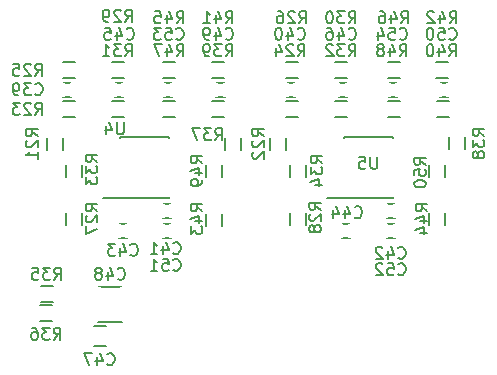
<source format=gbo>
G04 #@! TF.FileFunction,Legend,Bot*
%FSLAX46Y46*%
G04 Gerber Fmt 4.6, Leading zero omitted, Abs format (unit mm)*
G04 Created by KiCad (PCBNEW 4.0.7) date 04/28/18 13:58:35*
%MOMM*%
%LPD*%
G01*
G04 APERTURE LIST*
%ADD10C,0.100000*%
%ADD11C,0.150000*%
%ADD12C,1.906220*%
%ADD13C,4.464000*%
%ADD14R,2.100000X2.100000*%
%ADD15O,2.100000X2.100000*%
%ADD16R,1.950000X1.000000*%
%ADD17R,1.600000X1.150000*%
%ADD18R,1.900000X1.650000*%
%ADD19R,1.300000X1.600000*%
%ADD20R,1.600000X1.300000*%
%ADD21R,2.400000X2.900000*%
G04 APERTURE END LIST*
D10*
D11*
X142037000Y-106715000D02*
X142037000Y-106665000D01*
X146187000Y-106715000D02*
X146187000Y-106570000D01*
X146187000Y-101565000D02*
X146187000Y-101710000D01*
X142037000Y-101565000D02*
X142037000Y-101710000D01*
X142037000Y-106715000D02*
X146187000Y-106715000D01*
X142037000Y-101565000D02*
X146187000Y-101565000D01*
X142037000Y-106665000D02*
X140637000Y-106665000D01*
X161026000Y-106715000D02*
X161026000Y-106665000D01*
X165176000Y-106715000D02*
X165176000Y-106570000D01*
X165176000Y-101565000D02*
X165176000Y-101710000D01*
X161026000Y-101565000D02*
X161026000Y-101710000D01*
X161026000Y-106715000D02*
X165176000Y-106715000D01*
X161026000Y-101565000D02*
X165176000Y-101565000D01*
X161026000Y-106665000D02*
X159626000Y-106665000D01*
X137252000Y-98136000D02*
X137952000Y-98136000D01*
X137952000Y-96936000D02*
X137252000Y-96936000D01*
X156175000Y-98136000D02*
X156875000Y-98136000D01*
X156875000Y-96936000D02*
X156175000Y-96936000D01*
X146400000Y-107223000D02*
X145700000Y-107223000D01*
X145700000Y-108423000D02*
X146400000Y-108423000D01*
X165323000Y-107223000D02*
X164623000Y-107223000D01*
X164623000Y-108423000D02*
X165323000Y-108423000D01*
X141951000Y-110074000D02*
X142651000Y-110074000D01*
X142651000Y-108874000D02*
X141951000Y-108874000D01*
X160813000Y-110074000D02*
X161513000Y-110074000D01*
X161513000Y-108874000D02*
X160813000Y-108874000D01*
X142336000Y-96936000D02*
X141636000Y-96936000D01*
X141636000Y-98136000D02*
X142336000Y-98136000D01*
X161259000Y-96936000D02*
X160559000Y-96936000D01*
X160559000Y-98136000D02*
X161259000Y-98136000D01*
X140835000Y-119214000D02*
X139835000Y-119214000D01*
X139835000Y-117514000D02*
X140835000Y-117514000D01*
X150911000Y-96936000D02*
X150211000Y-96936000D01*
X150211000Y-98136000D02*
X150911000Y-98136000D01*
X169829000Y-96936000D02*
X169129000Y-96936000D01*
X169129000Y-98136000D02*
X169829000Y-98136000D01*
X146400000Y-108874000D02*
X145700000Y-108874000D01*
X145700000Y-110074000D02*
X146400000Y-110074000D01*
X165323000Y-108874000D02*
X164623000Y-108874000D01*
X164623000Y-110074000D02*
X165323000Y-110074000D01*
X145761000Y-98136000D02*
X146461000Y-98136000D01*
X146461000Y-96936000D02*
X145761000Y-96936000D01*
X164816000Y-98136000D02*
X165516000Y-98136000D01*
X165516000Y-96936000D02*
X164816000Y-96936000D01*
X137200000Y-102608000D02*
X137200000Y-101608000D01*
X135850000Y-101608000D02*
X135850000Y-102608000D01*
X156123000Y-102651000D02*
X156123000Y-101651000D01*
X154773000Y-101651000D02*
X154773000Y-102651000D01*
X138231500Y-98512000D02*
X137231500Y-98512000D01*
X137231500Y-99862000D02*
X138231500Y-99862000D01*
X157091000Y-98512000D02*
X156091000Y-98512000D01*
X156091000Y-99862000D02*
X157091000Y-99862000D01*
X138252000Y-95210000D02*
X137252000Y-95210000D01*
X137252000Y-96560000D02*
X138252000Y-96560000D01*
X157091000Y-95210000D02*
X156091000Y-95210000D01*
X156091000Y-96560000D02*
X157091000Y-96560000D01*
X137501000Y-107958000D02*
X137501000Y-108958000D01*
X138851000Y-108958000D02*
X138851000Y-107958000D01*
X156424000Y-107958000D02*
X156424000Y-108958000D01*
X157774000Y-108958000D02*
X157774000Y-107958000D01*
X142359000Y-95210000D02*
X141359000Y-95210000D01*
X141359000Y-96560000D02*
X142359000Y-96560000D01*
X161282000Y-95210000D02*
X160282000Y-95210000D01*
X160282000Y-96560000D02*
X161282000Y-96560000D01*
X141359000Y-99862000D02*
X142359000Y-99862000D01*
X142359000Y-98512000D02*
X141359000Y-98512000D01*
X160282000Y-99862000D02*
X161282000Y-99862000D01*
X161282000Y-98512000D02*
X160282000Y-98512000D01*
X137501000Y-103894000D02*
X137501000Y-104894000D01*
X138851000Y-104894000D02*
X138851000Y-103894000D01*
X156424000Y-103894000D02*
X156424000Y-104894000D01*
X157774000Y-104894000D02*
X157774000Y-103894000D01*
X135347000Y-115483000D02*
X136347000Y-115483000D01*
X136347000Y-114133000D02*
X135347000Y-114133000D01*
X136306000Y-115784000D02*
X135306000Y-115784000D01*
X135306000Y-117134000D02*
X136306000Y-117134000D01*
X152313000Y-102651000D02*
X152313000Y-101651000D01*
X150963000Y-101651000D02*
X150963000Y-102651000D01*
X171236000Y-102565000D02*
X171236000Y-101565000D01*
X169886000Y-101565000D02*
X169886000Y-102565000D01*
X149868000Y-99862000D02*
X150868000Y-99862000D01*
X150868000Y-98512000D02*
X149868000Y-98512000D01*
X168875000Y-99862000D02*
X169875000Y-99862000D01*
X169875000Y-98512000D02*
X168875000Y-98512000D01*
X149868000Y-96560000D02*
X150868000Y-96560000D01*
X150868000Y-95210000D02*
X149868000Y-95210000D01*
X168834000Y-96560000D02*
X169834000Y-96560000D01*
X169834000Y-95210000D02*
X168834000Y-95210000D01*
X149312000Y-108042000D02*
X149312000Y-109042000D01*
X150662000Y-109042000D02*
X150662000Y-108042000D01*
X168235000Y-107958000D02*
X168235000Y-108958000D01*
X169585000Y-108958000D02*
X169585000Y-107958000D01*
X145720000Y-96560000D02*
X146720000Y-96560000D01*
X146720000Y-95210000D02*
X145720000Y-95210000D01*
X164727000Y-96560000D02*
X165727000Y-96560000D01*
X165727000Y-95210000D02*
X164727000Y-95210000D01*
X146720000Y-98512000D02*
X145720000Y-98512000D01*
X145720000Y-99862000D02*
X146720000Y-99862000D01*
X165727000Y-98512000D02*
X164727000Y-98512000D01*
X164727000Y-99862000D02*
X165727000Y-99862000D01*
X149312000Y-103894000D02*
X149312000Y-104894000D01*
X150662000Y-104894000D02*
X150662000Y-103894000D01*
X168235000Y-103894000D02*
X168235000Y-104894000D01*
X169585000Y-104894000D02*
X169585000Y-103894000D01*
X142224000Y-117172000D02*
X140224000Y-117172000D01*
X140224000Y-114222000D02*
X142224000Y-114222000D01*
X142366905Y-100290381D02*
X142366905Y-101099905D01*
X142319286Y-101195143D01*
X142271667Y-101242762D01*
X142176429Y-101290381D01*
X141985952Y-101290381D01*
X141890714Y-101242762D01*
X141843095Y-101195143D01*
X141795476Y-101099905D01*
X141795476Y-100290381D01*
X140890714Y-100623714D02*
X140890714Y-101290381D01*
X141128810Y-100242762D02*
X141366905Y-100957048D01*
X140747857Y-100957048D01*
X163829905Y-103211381D02*
X163829905Y-104020905D01*
X163782286Y-104116143D01*
X163734667Y-104163762D01*
X163639429Y-104211381D01*
X163448952Y-104211381D01*
X163353714Y-104163762D01*
X163306095Y-104116143D01*
X163258476Y-104020905D01*
X163258476Y-103211381D01*
X162306095Y-103211381D02*
X162782286Y-103211381D01*
X162829905Y-103687571D01*
X162782286Y-103639952D01*
X162687048Y-103592333D01*
X162448952Y-103592333D01*
X162353714Y-103639952D01*
X162306095Y-103687571D01*
X162258476Y-103782810D01*
X162258476Y-104020905D01*
X162306095Y-104116143D01*
X162353714Y-104163762D01*
X162448952Y-104211381D01*
X162687048Y-104211381D01*
X162782286Y-104163762D01*
X162829905Y-104116143D01*
X134881857Y-97893143D02*
X134929476Y-97940762D01*
X135072333Y-97988381D01*
X135167571Y-97988381D01*
X135310429Y-97940762D01*
X135405667Y-97845524D01*
X135453286Y-97750286D01*
X135500905Y-97559810D01*
X135500905Y-97416952D01*
X135453286Y-97226476D01*
X135405667Y-97131238D01*
X135310429Y-97036000D01*
X135167571Y-96988381D01*
X135072333Y-96988381D01*
X134929476Y-97036000D01*
X134881857Y-97083619D01*
X134548524Y-96988381D02*
X133929476Y-96988381D01*
X134262810Y-97369333D01*
X134119952Y-97369333D01*
X134024714Y-97416952D01*
X133977095Y-97464571D01*
X133929476Y-97559810D01*
X133929476Y-97797905D01*
X133977095Y-97893143D01*
X134024714Y-97940762D01*
X134119952Y-97988381D01*
X134405667Y-97988381D01*
X134500905Y-97940762D01*
X134548524Y-97893143D01*
X133453286Y-97988381D02*
X133262810Y-97988381D01*
X133167571Y-97940762D01*
X133119952Y-97893143D01*
X133024714Y-97750286D01*
X132977095Y-97559810D01*
X132977095Y-97178857D01*
X133024714Y-97083619D01*
X133072333Y-97036000D01*
X133167571Y-96988381D01*
X133358048Y-96988381D01*
X133453286Y-97036000D01*
X133500905Y-97083619D01*
X133548524Y-97178857D01*
X133548524Y-97416952D01*
X133500905Y-97512190D01*
X133453286Y-97559810D01*
X133358048Y-97607429D01*
X133167571Y-97607429D01*
X133072333Y-97559810D01*
X133024714Y-97512190D01*
X132977095Y-97416952D01*
X157106857Y-93194143D02*
X157154476Y-93241762D01*
X157297333Y-93289381D01*
X157392571Y-93289381D01*
X157535429Y-93241762D01*
X157630667Y-93146524D01*
X157678286Y-93051286D01*
X157725905Y-92860810D01*
X157725905Y-92717952D01*
X157678286Y-92527476D01*
X157630667Y-92432238D01*
X157535429Y-92337000D01*
X157392571Y-92289381D01*
X157297333Y-92289381D01*
X157154476Y-92337000D01*
X157106857Y-92384619D01*
X156249714Y-92622714D02*
X156249714Y-93289381D01*
X156487810Y-92241762D02*
X156725905Y-92956048D01*
X156106857Y-92956048D01*
X155535429Y-92289381D02*
X155440190Y-92289381D01*
X155344952Y-92337000D01*
X155297333Y-92384619D01*
X155249714Y-92479857D01*
X155202095Y-92670333D01*
X155202095Y-92908429D01*
X155249714Y-93098905D01*
X155297333Y-93194143D01*
X155344952Y-93241762D01*
X155440190Y-93289381D01*
X155535429Y-93289381D01*
X155630667Y-93241762D01*
X155678286Y-93194143D01*
X155725905Y-93098905D01*
X155773524Y-92908429D01*
X155773524Y-92670333D01*
X155725905Y-92479857D01*
X155678286Y-92384619D01*
X155630667Y-92337000D01*
X155535429Y-92289381D01*
X146565857Y-111355143D02*
X146613476Y-111402762D01*
X146756333Y-111450381D01*
X146851571Y-111450381D01*
X146994429Y-111402762D01*
X147089667Y-111307524D01*
X147137286Y-111212286D01*
X147184905Y-111021810D01*
X147184905Y-110878952D01*
X147137286Y-110688476D01*
X147089667Y-110593238D01*
X146994429Y-110498000D01*
X146851571Y-110450381D01*
X146756333Y-110450381D01*
X146613476Y-110498000D01*
X146565857Y-110545619D01*
X145708714Y-110783714D02*
X145708714Y-111450381D01*
X145946810Y-110402762D02*
X146184905Y-111117048D01*
X145565857Y-111117048D01*
X144661095Y-111450381D02*
X145232524Y-111450381D01*
X144946810Y-111450381D02*
X144946810Y-110450381D01*
X145042048Y-110593238D01*
X145137286Y-110688476D01*
X145232524Y-110736095D01*
X165615857Y-111736143D02*
X165663476Y-111783762D01*
X165806333Y-111831381D01*
X165901571Y-111831381D01*
X166044429Y-111783762D01*
X166139667Y-111688524D01*
X166187286Y-111593286D01*
X166234905Y-111402810D01*
X166234905Y-111259952D01*
X166187286Y-111069476D01*
X166139667Y-110974238D01*
X166044429Y-110879000D01*
X165901571Y-110831381D01*
X165806333Y-110831381D01*
X165663476Y-110879000D01*
X165615857Y-110926619D01*
X164758714Y-111164714D02*
X164758714Y-111831381D01*
X164996810Y-110783762D02*
X165234905Y-111498048D01*
X164615857Y-111498048D01*
X164282524Y-110926619D02*
X164234905Y-110879000D01*
X164139667Y-110831381D01*
X163901571Y-110831381D01*
X163806333Y-110879000D01*
X163758714Y-110926619D01*
X163711095Y-111021857D01*
X163711095Y-111117095D01*
X163758714Y-111259952D01*
X164330143Y-111831381D01*
X163711095Y-111831381D01*
X142943857Y-111482143D02*
X142991476Y-111529762D01*
X143134333Y-111577381D01*
X143229571Y-111577381D01*
X143372429Y-111529762D01*
X143467667Y-111434524D01*
X143515286Y-111339286D01*
X143562905Y-111148810D01*
X143562905Y-111005952D01*
X143515286Y-110815476D01*
X143467667Y-110720238D01*
X143372429Y-110625000D01*
X143229571Y-110577381D01*
X143134333Y-110577381D01*
X142991476Y-110625000D01*
X142943857Y-110672619D01*
X142086714Y-110910714D02*
X142086714Y-111577381D01*
X142324810Y-110529762D02*
X142562905Y-111244048D01*
X141943857Y-111244048D01*
X141658143Y-110577381D02*
X141039095Y-110577381D01*
X141372429Y-110958333D01*
X141229571Y-110958333D01*
X141134333Y-111005952D01*
X141086714Y-111053571D01*
X141039095Y-111148810D01*
X141039095Y-111386905D01*
X141086714Y-111482143D01*
X141134333Y-111529762D01*
X141229571Y-111577381D01*
X141515286Y-111577381D01*
X141610524Y-111529762D01*
X141658143Y-111482143D01*
X161932857Y-108307143D02*
X161980476Y-108354762D01*
X162123333Y-108402381D01*
X162218571Y-108402381D01*
X162361429Y-108354762D01*
X162456667Y-108259524D01*
X162504286Y-108164286D01*
X162551905Y-107973810D01*
X162551905Y-107830952D01*
X162504286Y-107640476D01*
X162456667Y-107545238D01*
X162361429Y-107450000D01*
X162218571Y-107402381D01*
X162123333Y-107402381D01*
X161980476Y-107450000D01*
X161932857Y-107497619D01*
X161075714Y-107735714D02*
X161075714Y-108402381D01*
X161313810Y-107354762D02*
X161551905Y-108069048D01*
X160932857Y-108069048D01*
X160123333Y-107735714D02*
X160123333Y-108402381D01*
X160361429Y-107354762D02*
X160599524Y-108069048D01*
X159980476Y-108069048D01*
X142628857Y-93194143D02*
X142676476Y-93241762D01*
X142819333Y-93289381D01*
X142914571Y-93289381D01*
X143057429Y-93241762D01*
X143152667Y-93146524D01*
X143200286Y-93051286D01*
X143247905Y-92860810D01*
X143247905Y-92717952D01*
X143200286Y-92527476D01*
X143152667Y-92432238D01*
X143057429Y-92337000D01*
X142914571Y-92289381D01*
X142819333Y-92289381D01*
X142676476Y-92337000D01*
X142628857Y-92384619D01*
X141771714Y-92622714D02*
X141771714Y-93289381D01*
X142009810Y-92241762D02*
X142247905Y-92956048D01*
X141628857Y-92956048D01*
X140771714Y-92289381D02*
X141247905Y-92289381D01*
X141295524Y-92765571D01*
X141247905Y-92717952D01*
X141152667Y-92670333D01*
X140914571Y-92670333D01*
X140819333Y-92717952D01*
X140771714Y-92765571D01*
X140724095Y-92860810D01*
X140724095Y-93098905D01*
X140771714Y-93194143D01*
X140819333Y-93241762D01*
X140914571Y-93289381D01*
X141152667Y-93289381D01*
X141247905Y-93241762D01*
X141295524Y-93194143D01*
X161424857Y-93194143D02*
X161472476Y-93241762D01*
X161615333Y-93289381D01*
X161710571Y-93289381D01*
X161853429Y-93241762D01*
X161948667Y-93146524D01*
X161996286Y-93051286D01*
X162043905Y-92860810D01*
X162043905Y-92717952D01*
X161996286Y-92527476D01*
X161948667Y-92432238D01*
X161853429Y-92337000D01*
X161710571Y-92289381D01*
X161615333Y-92289381D01*
X161472476Y-92337000D01*
X161424857Y-92384619D01*
X160567714Y-92622714D02*
X160567714Y-93289381D01*
X160805810Y-92241762D02*
X161043905Y-92956048D01*
X160424857Y-92956048D01*
X159615333Y-92289381D02*
X159805810Y-92289381D01*
X159901048Y-92337000D01*
X159948667Y-92384619D01*
X160043905Y-92527476D01*
X160091524Y-92717952D01*
X160091524Y-93098905D01*
X160043905Y-93194143D01*
X159996286Y-93241762D01*
X159901048Y-93289381D01*
X159710571Y-93289381D01*
X159615333Y-93241762D01*
X159567714Y-93194143D01*
X159520095Y-93098905D01*
X159520095Y-92860810D01*
X159567714Y-92765571D01*
X159615333Y-92717952D01*
X159710571Y-92670333D01*
X159901048Y-92670333D01*
X159996286Y-92717952D01*
X160043905Y-92765571D01*
X160091524Y-92860810D01*
X140977857Y-120753143D02*
X141025476Y-120800762D01*
X141168333Y-120848381D01*
X141263571Y-120848381D01*
X141406429Y-120800762D01*
X141501667Y-120705524D01*
X141549286Y-120610286D01*
X141596905Y-120419810D01*
X141596905Y-120276952D01*
X141549286Y-120086476D01*
X141501667Y-119991238D01*
X141406429Y-119896000D01*
X141263571Y-119848381D01*
X141168333Y-119848381D01*
X141025476Y-119896000D01*
X140977857Y-119943619D01*
X140120714Y-120181714D02*
X140120714Y-120848381D01*
X140358810Y-119800762D02*
X140596905Y-120515048D01*
X139977857Y-120515048D01*
X139692143Y-119848381D02*
X139025476Y-119848381D01*
X139454048Y-120848381D01*
X151010857Y-93194143D02*
X151058476Y-93241762D01*
X151201333Y-93289381D01*
X151296571Y-93289381D01*
X151439429Y-93241762D01*
X151534667Y-93146524D01*
X151582286Y-93051286D01*
X151629905Y-92860810D01*
X151629905Y-92717952D01*
X151582286Y-92527476D01*
X151534667Y-92432238D01*
X151439429Y-92337000D01*
X151296571Y-92289381D01*
X151201333Y-92289381D01*
X151058476Y-92337000D01*
X151010857Y-92384619D01*
X150153714Y-92622714D02*
X150153714Y-93289381D01*
X150391810Y-92241762D02*
X150629905Y-92956048D01*
X150010857Y-92956048D01*
X149582286Y-93289381D02*
X149391810Y-93289381D01*
X149296571Y-93241762D01*
X149248952Y-93194143D01*
X149153714Y-93051286D01*
X149106095Y-92860810D01*
X149106095Y-92479857D01*
X149153714Y-92384619D01*
X149201333Y-92337000D01*
X149296571Y-92289381D01*
X149487048Y-92289381D01*
X149582286Y-92337000D01*
X149629905Y-92384619D01*
X149677524Y-92479857D01*
X149677524Y-92717952D01*
X149629905Y-92813190D01*
X149582286Y-92860810D01*
X149487048Y-92908429D01*
X149296571Y-92908429D01*
X149201333Y-92860810D01*
X149153714Y-92813190D01*
X149106095Y-92717952D01*
X169933857Y-93194143D02*
X169981476Y-93241762D01*
X170124333Y-93289381D01*
X170219571Y-93289381D01*
X170362429Y-93241762D01*
X170457667Y-93146524D01*
X170505286Y-93051286D01*
X170552905Y-92860810D01*
X170552905Y-92717952D01*
X170505286Y-92527476D01*
X170457667Y-92432238D01*
X170362429Y-92337000D01*
X170219571Y-92289381D01*
X170124333Y-92289381D01*
X169981476Y-92337000D01*
X169933857Y-92384619D01*
X169029095Y-92289381D02*
X169505286Y-92289381D01*
X169552905Y-92765571D01*
X169505286Y-92717952D01*
X169410048Y-92670333D01*
X169171952Y-92670333D01*
X169076714Y-92717952D01*
X169029095Y-92765571D01*
X168981476Y-92860810D01*
X168981476Y-93098905D01*
X169029095Y-93194143D01*
X169076714Y-93241762D01*
X169171952Y-93289381D01*
X169410048Y-93289381D01*
X169505286Y-93241762D01*
X169552905Y-93194143D01*
X168362429Y-92289381D02*
X168267190Y-92289381D01*
X168171952Y-92337000D01*
X168124333Y-92384619D01*
X168076714Y-92479857D01*
X168029095Y-92670333D01*
X168029095Y-92908429D01*
X168076714Y-93098905D01*
X168124333Y-93194143D01*
X168171952Y-93241762D01*
X168267190Y-93289381D01*
X168362429Y-93289381D01*
X168457667Y-93241762D01*
X168505286Y-93194143D01*
X168552905Y-93098905D01*
X168600524Y-92908429D01*
X168600524Y-92670333D01*
X168552905Y-92479857D01*
X168505286Y-92384619D01*
X168457667Y-92337000D01*
X168362429Y-92289381D01*
X146565857Y-112752143D02*
X146613476Y-112799762D01*
X146756333Y-112847381D01*
X146851571Y-112847381D01*
X146994429Y-112799762D01*
X147089667Y-112704524D01*
X147137286Y-112609286D01*
X147184905Y-112418810D01*
X147184905Y-112275952D01*
X147137286Y-112085476D01*
X147089667Y-111990238D01*
X146994429Y-111895000D01*
X146851571Y-111847381D01*
X146756333Y-111847381D01*
X146613476Y-111895000D01*
X146565857Y-111942619D01*
X145661095Y-111847381D02*
X146137286Y-111847381D01*
X146184905Y-112323571D01*
X146137286Y-112275952D01*
X146042048Y-112228333D01*
X145803952Y-112228333D01*
X145708714Y-112275952D01*
X145661095Y-112323571D01*
X145613476Y-112418810D01*
X145613476Y-112656905D01*
X145661095Y-112752143D01*
X145708714Y-112799762D01*
X145803952Y-112847381D01*
X146042048Y-112847381D01*
X146137286Y-112799762D01*
X146184905Y-112752143D01*
X144661095Y-112847381D02*
X145232524Y-112847381D01*
X144946810Y-112847381D02*
X144946810Y-111847381D01*
X145042048Y-111990238D01*
X145137286Y-112085476D01*
X145232524Y-112133095D01*
X165615857Y-113133143D02*
X165663476Y-113180762D01*
X165806333Y-113228381D01*
X165901571Y-113228381D01*
X166044429Y-113180762D01*
X166139667Y-113085524D01*
X166187286Y-112990286D01*
X166234905Y-112799810D01*
X166234905Y-112656952D01*
X166187286Y-112466476D01*
X166139667Y-112371238D01*
X166044429Y-112276000D01*
X165901571Y-112228381D01*
X165806333Y-112228381D01*
X165663476Y-112276000D01*
X165615857Y-112323619D01*
X164711095Y-112228381D02*
X165187286Y-112228381D01*
X165234905Y-112704571D01*
X165187286Y-112656952D01*
X165092048Y-112609333D01*
X164853952Y-112609333D01*
X164758714Y-112656952D01*
X164711095Y-112704571D01*
X164663476Y-112799810D01*
X164663476Y-113037905D01*
X164711095Y-113133143D01*
X164758714Y-113180762D01*
X164853952Y-113228381D01*
X165092048Y-113228381D01*
X165187286Y-113180762D01*
X165234905Y-113133143D01*
X164282524Y-112323619D02*
X164234905Y-112276000D01*
X164139667Y-112228381D01*
X163901571Y-112228381D01*
X163806333Y-112276000D01*
X163758714Y-112323619D01*
X163711095Y-112418857D01*
X163711095Y-112514095D01*
X163758714Y-112656952D01*
X164330143Y-113228381D01*
X163711095Y-113228381D01*
X146819857Y-93194143D02*
X146867476Y-93241762D01*
X147010333Y-93289381D01*
X147105571Y-93289381D01*
X147248429Y-93241762D01*
X147343667Y-93146524D01*
X147391286Y-93051286D01*
X147438905Y-92860810D01*
X147438905Y-92717952D01*
X147391286Y-92527476D01*
X147343667Y-92432238D01*
X147248429Y-92337000D01*
X147105571Y-92289381D01*
X147010333Y-92289381D01*
X146867476Y-92337000D01*
X146819857Y-92384619D01*
X145915095Y-92289381D02*
X146391286Y-92289381D01*
X146438905Y-92765571D01*
X146391286Y-92717952D01*
X146296048Y-92670333D01*
X146057952Y-92670333D01*
X145962714Y-92717952D01*
X145915095Y-92765571D01*
X145867476Y-92860810D01*
X145867476Y-93098905D01*
X145915095Y-93194143D01*
X145962714Y-93241762D01*
X146057952Y-93289381D01*
X146296048Y-93289381D01*
X146391286Y-93241762D01*
X146438905Y-93194143D01*
X145534143Y-92289381D02*
X144915095Y-92289381D01*
X145248429Y-92670333D01*
X145105571Y-92670333D01*
X145010333Y-92717952D01*
X144962714Y-92765571D01*
X144915095Y-92860810D01*
X144915095Y-93098905D01*
X144962714Y-93194143D01*
X145010333Y-93241762D01*
X145105571Y-93289381D01*
X145391286Y-93289381D01*
X145486524Y-93241762D01*
X145534143Y-93194143D01*
X165742857Y-93194143D02*
X165790476Y-93241762D01*
X165933333Y-93289381D01*
X166028571Y-93289381D01*
X166171429Y-93241762D01*
X166266667Y-93146524D01*
X166314286Y-93051286D01*
X166361905Y-92860810D01*
X166361905Y-92717952D01*
X166314286Y-92527476D01*
X166266667Y-92432238D01*
X166171429Y-92337000D01*
X166028571Y-92289381D01*
X165933333Y-92289381D01*
X165790476Y-92337000D01*
X165742857Y-92384619D01*
X164838095Y-92289381D02*
X165314286Y-92289381D01*
X165361905Y-92765571D01*
X165314286Y-92717952D01*
X165219048Y-92670333D01*
X164980952Y-92670333D01*
X164885714Y-92717952D01*
X164838095Y-92765571D01*
X164790476Y-92860810D01*
X164790476Y-93098905D01*
X164838095Y-93194143D01*
X164885714Y-93241762D01*
X164980952Y-93289381D01*
X165219048Y-93289381D01*
X165314286Y-93241762D01*
X165361905Y-93194143D01*
X163933333Y-92622714D02*
X163933333Y-93289381D01*
X164171429Y-92241762D02*
X164409524Y-92956048D01*
X163790476Y-92956048D01*
X135077381Y-101465143D02*
X134601190Y-101131809D01*
X135077381Y-100893714D02*
X134077381Y-100893714D01*
X134077381Y-101274667D01*
X134125000Y-101369905D01*
X134172619Y-101417524D01*
X134267857Y-101465143D01*
X134410714Y-101465143D01*
X134505952Y-101417524D01*
X134553571Y-101369905D01*
X134601190Y-101274667D01*
X134601190Y-100893714D01*
X134172619Y-101846095D02*
X134125000Y-101893714D01*
X134077381Y-101988952D01*
X134077381Y-102227048D01*
X134125000Y-102322286D01*
X134172619Y-102369905D01*
X134267857Y-102417524D01*
X134363095Y-102417524D01*
X134505952Y-102369905D01*
X135077381Y-101798476D01*
X135077381Y-102417524D01*
X135077381Y-103369905D02*
X135077381Y-102798476D01*
X135077381Y-103084190D02*
X134077381Y-103084190D01*
X134220238Y-102988952D01*
X134315476Y-102893714D01*
X134363095Y-102798476D01*
X154249381Y-101465143D02*
X153773190Y-101131809D01*
X154249381Y-100893714D02*
X153249381Y-100893714D01*
X153249381Y-101274667D01*
X153297000Y-101369905D01*
X153344619Y-101417524D01*
X153439857Y-101465143D01*
X153582714Y-101465143D01*
X153677952Y-101417524D01*
X153725571Y-101369905D01*
X153773190Y-101274667D01*
X153773190Y-100893714D01*
X153344619Y-101846095D02*
X153297000Y-101893714D01*
X153249381Y-101988952D01*
X153249381Y-102227048D01*
X153297000Y-102322286D01*
X153344619Y-102369905D01*
X153439857Y-102417524D01*
X153535095Y-102417524D01*
X153677952Y-102369905D01*
X154249381Y-101798476D01*
X154249381Y-102417524D01*
X153344619Y-102798476D02*
X153297000Y-102846095D01*
X153249381Y-102941333D01*
X153249381Y-103179429D01*
X153297000Y-103274667D01*
X153344619Y-103322286D01*
X153439857Y-103369905D01*
X153535095Y-103369905D01*
X153677952Y-103322286D01*
X154249381Y-102750857D01*
X154249381Y-103369905D01*
X134881857Y-99639381D02*
X135215191Y-99163190D01*
X135453286Y-99639381D02*
X135453286Y-98639381D01*
X135072333Y-98639381D01*
X134977095Y-98687000D01*
X134929476Y-98734619D01*
X134881857Y-98829857D01*
X134881857Y-98972714D01*
X134929476Y-99067952D01*
X134977095Y-99115571D01*
X135072333Y-99163190D01*
X135453286Y-99163190D01*
X134500905Y-98734619D02*
X134453286Y-98687000D01*
X134358048Y-98639381D01*
X134119952Y-98639381D01*
X134024714Y-98687000D01*
X133977095Y-98734619D01*
X133929476Y-98829857D01*
X133929476Y-98925095D01*
X133977095Y-99067952D01*
X134548524Y-99639381D01*
X133929476Y-99639381D01*
X133596143Y-98639381D02*
X132977095Y-98639381D01*
X133310429Y-99020333D01*
X133167571Y-99020333D01*
X133072333Y-99067952D01*
X133024714Y-99115571D01*
X132977095Y-99210810D01*
X132977095Y-99448905D01*
X133024714Y-99544143D01*
X133072333Y-99591762D01*
X133167571Y-99639381D01*
X133453286Y-99639381D01*
X133548524Y-99591762D01*
X133596143Y-99544143D01*
X157106857Y-94686381D02*
X157440191Y-94210190D01*
X157678286Y-94686381D02*
X157678286Y-93686381D01*
X157297333Y-93686381D01*
X157202095Y-93734000D01*
X157154476Y-93781619D01*
X157106857Y-93876857D01*
X157106857Y-94019714D01*
X157154476Y-94114952D01*
X157202095Y-94162571D01*
X157297333Y-94210190D01*
X157678286Y-94210190D01*
X156725905Y-93781619D02*
X156678286Y-93734000D01*
X156583048Y-93686381D01*
X156344952Y-93686381D01*
X156249714Y-93734000D01*
X156202095Y-93781619D01*
X156154476Y-93876857D01*
X156154476Y-93972095D01*
X156202095Y-94114952D01*
X156773524Y-94686381D01*
X156154476Y-94686381D01*
X155297333Y-94019714D02*
X155297333Y-94686381D01*
X155535429Y-93638762D02*
X155773524Y-94353048D01*
X155154476Y-94353048D01*
X134881857Y-96337381D02*
X135215191Y-95861190D01*
X135453286Y-96337381D02*
X135453286Y-95337381D01*
X135072333Y-95337381D01*
X134977095Y-95385000D01*
X134929476Y-95432619D01*
X134881857Y-95527857D01*
X134881857Y-95670714D01*
X134929476Y-95765952D01*
X134977095Y-95813571D01*
X135072333Y-95861190D01*
X135453286Y-95861190D01*
X134500905Y-95432619D02*
X134453286Y-95385000D01*
X134358048Y-95337381D01*
X134119952Y-95337381D01*
X134024714Y-95385000D01*
X133977095Y-95432619D01*
X133929476Y-95527857D01*
X133929476Y-95623095D01*
X133977095Y-95765952D01*
X134548524Y-96337381D01*
X133929476Y-96337381D01*
X133024714Y-95337381D02*
X133500905Y-95337381D01*
X133548524Y-95813571D01*
X133500905Y-95765952D01*
X133405667Y-95718333D01*
X133167571Y-95718333D01*
X133072333Y-95765952D01*
X133024714Y-95813571D01*
X132977095Y-95908810D01*
X132977095Y-96146905D01*
X133024714Y-96242143D01*
X133072333Y-96289762D01*
X133167571Y-96337381D01*
X133405667Y-96337381D01*
X133500905Y-96289762D01*
X133548524Y-96242143D01*
X157233857Y-91892381D02*
X157567191Y-91416190D01*
X157805286Y-91892381D02*
X157805286Y-90892381D01*
X157424333Y-90892381D01*
X157329095Y-90940000D01*
X157281476Y-90987619D01*
X157233857Y-91082857D01*
X157233857Y-91225714D01*
X157281476Y-91320952D01*
X157329095Y-91368571D01*
X157424333Y-91416190D01*
X157805286Y-91416190D01*
X156852905Y-90987619D02*
X156805286Y-90940000D01*
X156710048Y-90892381D01*
X156471952Y-90892381D01*
X156376714Y-90940000D01*
X156329095Y-90987619D01*
X156281476Y-91082857D01*
X156281476Y-91178095D01*
X156329095Y-91320952D01*
X156900524Y-91892381D01*
X156281476Y-91892381D01*
X155424333Y-90892381D02*
X155614810Y-90892381D01*
X155710048Y-90940000D01*
X155757667Y-90987619D01*
X155852905Y-91130476D01*
X155900524Y-91320952D01*
X155900524Y-91701905D01*
X155852905Y-91797143D01*
X155805286Y-91844762D01*
X155710048Y-91892381D01*
X155519571Y-91892381D01*
X155424333Y-91844762D01*
X155376714Y-91797143D01*
X155329095Y-91701905D01*
X155329095Y-91463810D01*
X155376714Y-91368571D01*
X155424333Y-91320952D01*
X155519571Y-91273333D01*
X155710048Y-91273333D01*
X155805286Y-91320952D01*
X155852905Y-91368571D01*
X155900524Y-91463810D01*
X140152381Y-107815143D02*
X139676190Y-107481809D01*
X140152381Y-107243714D02*
X139152381Y-107243714D01*
X139152381Y-107624667D01*
X139200000Y-107719905D01*
X139247619Y-107767524D01*
X139342857Y-107815143D01*
X139485714Y-107815143D01*
X139580952Y-107767524D01*
X139628571Y-107719905D01*
X139676190Y-107624667D01*
X139676190Y-107243714D01*
X139247619Y-108196095D02*
X139200000Y-108243714D01*
X139152381Y-108338952D01*
X139152381Y-108577048D01*
X139200000Y-108672286D01*
X139247619Y-108719905D01*
X139342857Y-108767524D01*
X139438095Y-108767524D01*
X139580952Y-108719905D01*
X140152381Y-108148476D01*
X140152381Y-108767524D01*
X139152381Y-109100857D02*
X139152381Y-109767524D01*
X140152381Y-109338952D01*
X159075381Y-107688143D02*
X158599190Y-107354809D01*
X159075381Y-107116714D02*
X158075381Y-107116714D01*
X158075381Y-107497667D01*
X158123000Y-107592905D01*
X158170619Y-107640524D01*
X158265857Y-107688143D01*
X158408714Y-107688143D01*
X158503952Y-107640524D01*
X158551571Y-107592905D01*
X158599190Y-107497667D01*
X158599190Y-107116714D01*
X158170619Y-108069095D02*
X158123000Y-108116714D01*
X158075381Y-108211952D01*
X158075381Y-108450048D01*
X158123000Y-108545286D01*
X158170619Y-108592905D01*
X158265857Y-108640524D01*
X158361095Y-108640524D01*
X158503952Y-108592905D01*
X159075381Y-108021476D01*
X159075381Y-108640524D01*
X158503952Y-109211952D02*
X158456333Y-109116714D01*
X158408714Y-109069095D01*
X158313476Y-109021476D01*
X158265857Y-109021476D01*
X158170619Y-109069095D01*
X158123000Y-109116714D01*
X158075381Y-109211952D01*
X158075381Y-109402429D01*
X158123000Y-109497667D01*
X158170619Y-109545286D01*
X158265857Y-109592905D01*
X158313476Y-109592905D01*
X158408714Y-109545286D01*
X158456333Y-109497667D01*
X158503952Y-109402429D01*
X158503952Y-109211952D01*
X158551571Y-109116714D01*
X158599190Y-109069095D01*
X158694429Y-109021476D01*
X158884905Y-109021476D01*
X158980143Y-109069095D01*
X159027762Y-109116714D01*
X159075381Y-109211952D01*
X159075381Y-109402429D01*
X159027762Y-109497667D01*
X158980143Y-109545286D01*
X158884905Y-109592905D01*
X158694429Y-109592905D01*
X158599190Y-109545286D01*
X158551571Y-109497667D01*
X158503952Y-109402429D01*
X142501857Y-91765381D02*
X142835191Y-91289190D01*
X143073286Y-91765381D02*
X143073286Y-90765381D01*
X142692333Y-90765381D01*
X142597095Y-90813000D01*
X142549476Y-90860619D01*
X142501857Y-90955857D01*
X142501857Y-91098714D01*
X142549476Y-91193952D01*
X142597095Y-91241571D01*
X142692333Y-91289190D01*
X143073286Y-91289190D01*
X142120905Y-90860619D02*
X142073286Y-90813000D01*
X141978048Y-90765381D01*
X141739952Y-90765381D01*
X141644714Y-90813000D01*
X141597095Y-90860619D01*
X141549476Y-90955857D01*
X141549476Y-91051095D01*
X141597095Y-91193952D01*
X142168524Y-91765381D01*
X141549476Y-91765381D01*
X141073286Y-91765381D02*
X140882810Y-91765381D01*
X140787571Y-91717762D01*
X140739952Y-91670143D01*
X140644714Y-91527286D01*
X140597095Y-91336810D01*
X140597095Y-90955857D01*
X140644714Y-90860619D01*
X140692333Y-90813000D01*
X140787571Y-90765381D01*
X140978048Y-90765381D01*
X141073286Y-90813000D01*
X141120905Y-90860619D01*
X141168524Y-90955857D01*
X141168524Y-91193952D01*
X141120905Y-91289190D01*
X141073286Y-91336810D01*
X140978048Y-91384429D01*
X140787571Y-91384429D01*
X140692333Y-91336810D01*
X140644714Y-91289190D01*
X140597095Y-91193952D01*
X161424857Y-91892381D02*
X161758191Y-91416190D01*
X161996286Y-91892381D02*
X161996286Y-90892381D01*
X161615333Y-90892381D01*
X161520095Y-90940000D01*
X161472476Y-90987619D01*
X161424857Y-91082857D01*
X161424857Y-91225714D01*
X161472476Y-91320952D01*
X161520095Y-91368571D01*
X161615333Y-91416190D01*
X161996286Y-91416190D01*
X161091524Y-90892381D02*
X160472476Y-90892381D01*
X160805810Y-91273333D01*
X160662952Y-91273333D01*
X160567714Y-91320952D01*
X160520095Y-91368571D01*
X160472476Y-91463810D01*
X160472476Y-91701905D01*
X160520095Y-91797143D01*
X160567714Y-91844762D01*
X160662952Y-91892381D01*
X160948667Y-91892381D01*
X161043905Y-91844762D01*
X161091524Y-91797143D01*
X159853429Y-90892381D02*
X159758190Y-90892381D01*
X159662952Y-90940000D01*
X159615333Y-90987619D01*
X159567714Y-91082857D01*
X159520095Y-91273333D01*
X159520095Y-91511429D01*
X159567714Y-91701905D01*
X159615333Y-91797143D01*
X159662952Y-91844762D01*
X159758190Y-91892381D01*
X159853429Y-91892381D01*
X159948667Y-91844762D01*
X159996286Y-91797143D01*
X160043905Y-91701905D01*
X160091524Y-91511429D01*
X160091524Y-91273333D01*
X160043905Y-91082857D01*
X159996286Y-90987619D01*
X159948667Y-90940000D01*
X159853429Y-90892381D01*
X142501857Y-94686381D02*
X142835191Y-94210190D01*
X143073286Y-94686381D02*
X143073286Y-93686381D01*
X142692333Y-93686381D01*
X142597095Y-93734000D01*
X142549476Y-93781619D01*
X142501857Y-93876857D01*
X142501857Y-94019714D01*
X142549476Y-94114952D01*
X142597095Y-94162571D01*
X142692333Y-94210190D01*
X143073286Y-94210190D01*
X142168524Y-93686381D02*
X141549476Y-93686381D01*
X141882810Y-94067333D01*
X141739952Y-94067333D01*
X141644714Y-94114952D01*
X141597095Y-94162571D01*
X141549476Y-94257810D01*
X141549476Y-94495905D01*
X141597095Y-94591143D01*
X141644714Y-94638762D01*
X141739952Y-94686381D01*
X142025667Y-94686381D01*
X142120905Y-94638762D01*
X142168524Y-94591143D01*
X140597095Y-94686381D02*
X141168524Y-94686381D01*
X140882810Y-94686381D02*
X140882810Y-93686381D01*
X140978048Y-93829238D01*
X141073286Y-93924476D01*
X141168524Y-93972095D01*
X161424857Y-94686381D02*
X161758191Y-94210190D01*
X161996286Y-94686381D02*
X161996286Y-93686381D01*
X161615333Y-93686381D01*
X161520095Y-93734000D01*
X161472476Y-93781619D01*
X161424857Y-93876857D01*
X161424857Y-94019714D01*
X161472476Y-94114952D01*
X161520095Y-94162571D01*
X161615333Y-94210190D01*
X161996286Y-94210190D01*
X161091524Y-93686381D02*
X160472476Y-93686381D01*
X160805810Y-94067333D01*
X160662952Y-94067333D01*
X160567714Y-94114952D01*
X160520095Y-94162571D01*
X160472476Y-94257810D01*
X160472476Y-94495905D01*
X160520095Y-94591143D01*
X160567714Y-94638762D01*
X160662952Y-94686381D01*
X160948667Y-94686381D01*
X161043905Y-94638762D01*
X161091524Y-94591143D01*
X160091524Y-93781619D02*
X160043905Y-93734000D01*
X159948667Y-93686381D01*
X159710571Y-93686381D01*
X159615333Y-93734000D01*
X159567714Y-93781619D01*
X159520095Y-93876857D01*
X159520095Y-93972095D01*
X159567714Y-94114952D01*
X160139143Y-94686381D01*
X159520095Y-94686381D01*
X140152381Y-103624143D02*
X139676190Y-103290809D01*
X140152381Y-103052714D02*
X139152381Y-103052714D01*
X139152381Y-103433667D01*
X139200000Y-103528905D01*
X139247619Y-103576524D01*
X139342857Y-103624143D01*
X139485714Y-103624143D01*
X139580952Y-103576524D01*
X139628571Y-103528905D01*
X139676190Y-103433667D01*
X139676190Y-103052714D01*
X139152381Y-103957476D02*
X139152381Y-104576524D01*
X139533333Y-104243190D01*
X139533333Y-104386048D01*
X139580952Y-104481286D01*
X139628571Y-104528905D01*
X139723810Y-104576524D01*
X139961905Y-104576524D01*
X140057143Y-104528905D01*
X140104762Y-104481286D01*
X140152381Y-104386048D01*
X140152381Y-104100333D01*
X140104762Y-104005095D01*
X140057143Y-103957476D01*
X139152381Y-104909857D02*
X139152381Y-105528905D01*
X139533333Y-105195571D01*
X139533333Y-105338429D01*
X139580952Y-105433667D01*
X139628571Y-105481286D01*
X139723810Y-105528905D01*
X139961905Y-105528905D01*
X140057143Y-105481286D01*
X140104762Y-105433667D01*
X140152381Y-105338429D01*
X140152381Y-105052714D01*
X140104762Y-104957476D01*
X140057143Y-104909857D01*
X159202381Y-103751143D02*
X158726190Y-103417809D01*
X159202381Y-103179714D02*
X158202381Y-103179714D01*
X158202381Y-103560667D01*
X158250000Y-103655905D01*
X158297619Y-103703524D01*
X158392857Y-103751143D01*
X158535714Y-103751143D01*
X158630952Y-103703524D01*
X158678571Y-103655905D01*
X158726190Y-103560667D01*
X158726190Y-103179714D01*
X158202381Y-104084476D02*
X158202381Y-104703524D01*
X158583333Y-104370190D01*
X158583333Y-104513048D01*
X158630952Y-104608286D01*
X158678571Y-104655905D01*
X158773810Y-104703524D01*
X159011905Y-104703524D01*
X159107143Y-104655905D01*
X159154762Y-104608286D01*
X159202381Y-104513048D01*
X159202381Y-104227333D01*
X159154762Y-104132095D01*
X159107143Y-104084476D01*
X158535714Y-105560667D02*
X159202381Y-105560667D01*
X158154762Y-105322571D02*
X158869048Y-105084476D01*
X158869048Y-105703524D01*
X136489857Y-113609381D02*
X136823191Y-113133190D01*
X137061286Y-113609381D02*
X137061286Y-112609381D01*
X136680333Y-112609381D01*
X136585095Y-112657000D01*
X136537476Y-112704619D01*
X136489857Y-112799857D01*
X136489857Y-112942714D01*
X136537476Y-113037952D01*
X136585095Y-113085571D01*
X136680333Y-113133190D01*
X137061286Y-113133190D01*
X136156524Y-112609381D02*
X135537476Y-112609381D01*
X135870810Y-112990333D01*
X135727952Y-112990333D01*
X135632714Y-113037952D01*
X135585095Y-113085571D01*
X135537476Y-113180810D01*
X135537476Y-113418905D01*
X135585095Y-113514143D01*
X135632714Y-113561762D01*
X135727952Y-113609381D01*
X136013667Y-113609381D01*
X136108905Y-113561762D01*
X136156524Y-113514143D01*
X134632714Y-112609381D02*
X135108905Y-112609381D01*
X135156524Y-113085571D01*
X135108905Y-113037952D01*
X135013667Y-112990333D01*
X134775571Y-112990333D01*
X134680333Y-113037952D01*
X134632714Y-113085571D01*
X134585095Y-113180810D01*
X134585095Y-113418905D01*
X134632714Y-113514143D01*
X134680333Y-113561762D01*
X134775571Y-113609381D01*
X135013667Y-113609381D01*
X135108905Y-113561762D01*
X135156524Y-113514143D01*
X136448857Y-118689381D02*
X136782191Y-118213190D01*
X137020286Y-118689381D02*
X137020286Y-117689381D01*
X136639333Y-117689381D01*
X136544095Y-117737000D01*
X136496476Y-117784619D01*
X136448857Y-117879857D01*
X136448857Y-118022714D01*
X136496476Y-118117952D01*
X136544095Y-118165571D01*
X136639333Y-118213190D01*
X137020286Y-118213190D01*
X136115524Y-117689381D02*
X135496476Y-117689381D01*
X135829810Y-118070333D01*
X135686952Y-118070333D01*
X135591714Y-118117952D01*
X135544095Y-118165571D01*
X135496476Y-118260810D01*
X135496476Y-118498905D01*
X135544095Y-118594143D01*
X135591714Y-118641762D01*
X135686952Y-118689381D01*
X135972667Y-118689381D01*
X136067905Y-118641762D01*
X136115524Y-118594143D01*
X134639333Y-117689381D02*
X134829810Y-117689381D01*
X134925048Y-117737000D01*
X134972667Y-117784619D01*
X135067905Y-117927476D01*
X135115524Y-118117952D01*
X135115524Y-118498905D01*
X135067905Y-118594143D01*
X135020286Y-118641762D01*
X134925048Y-118689381D01*
X134734571Y-118689381D01*
X134639333Y-118641762D01*
X134591714Y-118594143D01*
X134544095Y-118498905D01*
X134544095Y-118260810D01*
X134591714Y-118165571D01*
X134639333Y-118117952D01*
X134734571Y-118070333D01*
X134925048Y-118070333D01*
X135020286Y-118117952D01*
X135067905Y-118165571D01*
X135115524Y-118260810D01*
X150121857Y-101798381D02*
X150455191Y-101322190D01*
X150693286Y-101798381D02*
X150693286Y-100798381D01*
X150312333Y-100798381D01*
X150217095Y-100846000D01*
X150169476Y-100893619D01*
X150121857Y-100988857D01*
X150121857Y-101131714D01*
X150169476Y-101226952D01*
X150217095Y-101274571D01*
X150312333Y-101322190D01*
X150693286Y-101322190D01*
X149788524Y-100798381D02*
X149169476Y-100798381D01*
X149502810Y-101179333D01*
X149359952Y-101179333D01*
X149264714Y-101226952D01*
X149217095Y-101274571D01*
X149169476Y-101369810D01*
X149169476Y-101607905D01*
X149217095Y-101703143D01*
X149264714Y-101750762D01*
X149359952Y-101798381D01*
X149645667Y-101798381D01*
X149740905Y-101750762D01*
X149788524Y-101703143D01*
X148836143Y-100798381D02*
X148169476Y-100798381D01*
X148598048Y-101798381D01*
X172918381Y-101422143D02*
X172442190Y-101088809D01*
X172918381Y-100850714D02*
X171918381Y-100850714D01*
X171918381Y-101231667D01*
X171966000Y-101326905D01*
X172013619Y-101374524D01*
X172108857Y-101422143D01*
X172251714Y-101422143D01*
X172346952Y-101374524D01*
X172394571Y-101326905D01*
X172442190Y-101231667D01*
X172442190Y-100850714D01*
X171918381Y-101755476D02*
X171918381Y-102374524D01*
X172299333Y-102041190D01*
X172299333Y-102184048D01*
X172346952Y-102279286D01*
X172394571Y-102326905D01*
X172489810Y-102374524D01*
X172727905Y-102374524D01*
X172823143Y-102326905D01*
X172870762Y-102279286D01*
X172918381Y-102184048D01*
X172918381Y-101898333D01*
X172870762Y-101803095D01*
X172823143Y-101755476D01*
X172346952Y-102945952D02*
X172299333Y-102850714D01*
X172251714Y-102803095D01*
X172156476Y-102755476D01*
X172108857Y-102755476D01*
X172013619Y-102803095D01*
X171966000Y-102850714D01*
X171918381Y-102945952D01*
X171918381Y-103136429D01*
X171966000Y-103231667D01*
X172013619Y-103279286D01*
X172108857Y-103326905D01*
X172156476Y-103326905D01*
X172251714Y-103279286D01*
X172299333Y-103231667D01*
X172346952Y-103136429D01*
X172346952Y-102945952D01*
X172394571Y-102850714D01*
X172442190Y-102803095D01*
X172537429Y-102755476D01*
X172727905Y-102755476D01*
X172823143Y-102803095D01*
X172870762Y-102850714D01*
X172918381Y-102945952D01*
X172918381Y-103136429D01*
X172870762Y-103231667D01*
X172823143Y-103279286D01*
X172727905Y-103326905D01*
X172537429Y-103326905D01*
X172442190Y-103279286D01*
X172394571Y-103231667D01*
X172346952Y-103136429D01*
X151010857Y-94686381D02*
X151344191Y-94210190D01*
X151582286Y-94686381D02*
X151582286Y-93686381D01*
X151201333Y-93686381D01*
X151106095Y-93734000D01*
X151058476Y-93781619D01*
X151010857Y-93876857D01*
X151010857Y-94019714D01*
X151058476Y-94114952D01*
X151106095Y-94162571D01*
X151201333Y-94210190D01*
X151582286Y-94210190D01*
X150677524Y-93686381D02*
X150058476Y-93686381D01*
X150391810Y-94067333D01*
X150248952Y-94067333D01*
X150153714Y-94114952D01*
X150106095Y-94162571D01*
X150058476Y-94257810D01*
X150058476Y-94495905D01*
X150106095Y-94591143D01*
X150153714Y-94638762D01*
X150248952Y-94686381D01*
X150534667Y-94686381D01*
X150629905Y-94638762D01*
X150677524Y-94591143D01*
X149582286Y-94686381D02*
X149391810Y-94686381D01*
X149296571Y-94638762D01*
X149248952Y-94591143D01*
X149153714Y-94448286D01*
X149106095Y-94257810D01*
X149106095Y-93876857D01*
X149153714Y-93781619D01*
X149201333Y-93734000D01*
X149296571Y-93686381D01*
X149487048Y-93686381D01*
X149582286Y-93734000D01*
X149629905Y-93781619D01*
X149677524Y-93876857D01*
X149677524Y-94114952D01*
X149629905Y-94210190D01*
X149582286Y-94257810D01*
X149487048Y-94305429D01*
X149296571Y-94305429D01*
X149201333Y-94257810D01*
X149153714Y-94210190D01*
X149106095Y-94114952D01*
X169933857Y-94686381D02*
X170267191Y-94210190D01*
X170505286Y-94686381D02*
X170505286Y-93686381D01*
X170124333Y-93686381D01*
X170029095Y-93734000D01*
X169981476Y-93781619D01*
X169933857Y-93876857D01*
X169933857Y-94019714D01*
X169981476Y-94114952D01*
X170029095Y-94162571D01*
X170124333Y-94210190D01*
X170505286Y-94210190D01*
X169076714Y-94019714D02*
X169076714Y-94686381D01*
X169314810Y-93638762D02*
X169552905Y-94353048D01*
X168933857Y-94353048D01*
X168362429Y-93686381D02*
X168267190Y-93686381D01*
X168171952Y-93734000D01*
X168124333Y-93781619D01*
X168076714Y-93876857D01*
X168029095Y-94067333D01*
X168029095Y-94305429D01*
X168076714Y-94495905D01*
X168124333Y-94591143D01*
X168171952Y-94638762D01*
X168267190Y-94686381D01*
X168362429Y-94686381D01*
X168457667Y-94638762D01*
X168505286Y-94591143D01*
X168552905Y-94495905D01*
X168600524Y-94305429D01*
X168600524Y-94067333D01*
X168552905Y-93876857D01*
X168505286Y-93781619D01*
X168457667Y-93734000D01*
X168362429Y-93686381D01*
X151010857Y-91892381D02*
X151344191Y-91416190D01*
X151582286Y-91892381D02*
X151582286Y-90892381D01*
X151201333Y-90892381D01*
X151106095Y-90940000D01*
X151058476Y-90987619D01*
X151010857Y-91082857D01*
X151010857Y-91225714D01*
X151058476Y-91320952D01*
X151106095Y-91368571D01*
X151201333Y-91416190D01*
X151582286Y-91416190D01*
X150153714Y-91225714D02*
X150153714Y-91892381D01*
X150391810Y-90844762D02*
X150629905Y-91559048D01*
X150010857Y-91559048D01*
X149106095Y-91892381D02*
X149677524Y-91892381D01*
X149391810Y-91892381D02*
X149391810Y-90892381D01*
X149487048Y-91035238D01*
X149582286Y-91130476D01*
X149677524Y-91178095D01*
X169976857Y-91892381D02*
X170310191Y-91416190D01*
X170548286Y-91892381D02*
X170548286Y-90892381D01*
X170167333Y-90892381D01*
X170072095Y-90940000D01*
X170024476Y-90987619D01*
X169976857Y-91082857D01*
X169976857Y-91225714D01*
X170024476Y-91320952D01*
X170072095Y-91368571D01*
X170167333Y-91416190D01*
X170548286Y-91416190D01*
X169119714Y-91225714D02*
X169119714Y-91892381D01*
X169357810Y-90844762D02*
X169595905Y-91559048D01*
X168976857Y-91559048D01*
X168643524Y-90987619D02*
X168595905Y-90940000D01*
X168500667Y-90892381D01*
X168262571Y-90892381D01*
X168167333Y-90940000D01*
X168119714Y-90987619D01*
X168072095Y-91082857D01*
X168072095Y-91178095D01*
X168119714Y-91320952D01*
X168691143Y-91892381D01*
X168072095Y-91892381D01*
X149042381Y-107815143D02*
X148566190Y-107481809D01*
X149042381Y-107243714D02*
X148042381Y-107243714D01*
X148042381Y-107624667D01*
X148090000Y-107719905D01*
X148137619Y-107767524D01*
X148232857Y-107815143D01*
X148375714Y-107815143D01*
X148470952Y-107767524D01*
X148518571Y-107719905D01*
X148566190Y-107624667D01*
X148566190Y-107243714D01*
X148375714Y-108672286D02*
X149042381Y-108672286D01*
X147994762Y-108434190D02*
X148709048Y-108196095D01*
X148709048Y-108815143D01*
X148042381Y-109100857D02*
X148042381Y-109719905D01*
X148423333Y-109386571D01*
X148423333Y-109529429D01*
X148470952Y-109624667D01*
X148518571Y-109672286D01*
X148613810Y-109719905D01*
X148851905Y-109719905D01*
X148947143Y-109672286D01*
X148994762Y-109624667D01*
X149042381Y-109529429D01*
X149042381Y-109243714D01*
X148994762Y-109148476D01*
X148947143Y-109100857D01*
X168092381Y-107815143D02*
X167616190Y-107481809D01*
X168092381Y-107243714D02*
X167092381Y-107243714D01*
X167092381Y-107624667D01*
X167140000Y-107719905D01*
X167187619Y-107767524D01*
X167282857Y-107815143D01*
X167425714Y-107815143D01*
X167520952Y-107767524D01*
X167568571Y-107719905D01*
X167616190Y-107624667D01*
X167616190Y-107243714D01*
X167425714Y-108672286D02*
X168092381Y-108672286D01*
X167044762Y-108434190D02*
X167759048Y-108196095D01*
X167759048Y-108815143D01*
X167425714Y-109624667D02*
X168092381Y-109624667D01*
X167044762Y-109386571D02*
X167759048Y-109148476D01*
X167759048Y-109767524D01*
X146862857Y-91892381D02*
X147196191Y-91416190D01*
X147434286Y-91892381D02*
X147434286Y-90892381D01*
X147053333Y-90892381D01*
X146958095Y-90940000D01*
X146910476Y-90987619D01*
X146862857Y-91082857D01*
X146862857Y-91225714D01*
X146910476Y-91320952D01*
X146958095Y-91368571D01*
X147053333Y-91416190D01*
X147434286Y-91416190D01*
X146005714Y-91225714D02*
X146005714Y-91892381D01*
X146243810Y-90844762D02*
X146481905Y-91559048D01*
X145862857Y-91559048D01*
X145005714Y-90892381D02*
X145481905Y-90892381D01*
X145529524Y-91368571D01*
X145481905Y-91320952D01*
X145386667Y-91273333D01*
X145148571Y-91273333D01*
X145053333Y-91320952D01*
X145005714Y-91368571D01*
X144958095Y-91463810D01*
X144958095Y-91701905D01*
X145005714Y-91797143D01*
X145053333Y-91844762D01*
X145148571Y-91892381D01*
X145386667Y-91892381D01*
X145481905Y-91844762D01*
X145529524Y-91797143D01*
X165869857Y-91892381D02*
X166203191Y-91416190D01*
X166441286Y-91892381D02*
X166441286Y-90892381D01*
X166060333Y-90892381D01*
X165965095Y-90940000D01*
X165917476Y-90987619D01*
X165869857Y-91082857D01*
X165869857Y-91225714D01*
X165917476Y-91320952D01*
X165965095Y-91368571D01*
X166060333Y-91416190D01*
X166441286Y-91416190D01*
X165012714Y-91225714D02*
X165012714Y-91892381D01*
X165250810Y-90844762D02*
X165488905Y-91559048D01*
X164869857Y-91559048D01*
X164060333Y-90892381D02*
X164250810Y-90892381D01*
X164346048Y-90940000D01*
X164393667Y-90987619D01*
X164488905Y-91130476D01*
X164536524Y-91320952D01*
X164536524Y-91701905D01*
X164488905Y-91797143D01*
X164441286Y-91844762D01*
X164346048Y-91892381D01*
X164155571Y-91892381D01*
X164060333Y-91844762D01*
X164012714Y-91797143D01*
X163965095Y-91701905D01*
X163965095Y-91463810D01*
X164012714Y-91368571D01*
X164060333Y-91320952D01*
X164155571Y-91273333D01*
X164346048Y-91273333D01*
X164441286Y-91320952D01*
X164488905Y-91368571D01*
X164536524Y-91463810D01*
X146862857Y-94686381D02*
X147196191Y-94210190D01*
X147434286Y-94686381D02*
X147434286Y-93686381D01*
X147053333Y-93686381D01*
X146958095Y-93734000D01*
X146910476Y-93781619D01*
X146862857Y-93876857D01*
X146862857Y-94019714D01*
X146910476Y-94114952D01*
X146958095Y-94162571D01*
X147053333Y-94210190D01*
X147434286Y-94210190D01*
X146005714Y-94019714D02*
X146005714Y-94686381D01*
X146243810Y-93638762D02*
X146481905Y-94353048D01*
X145862857Y-94353048D01*
X145577143Y-93686381D02*
X144910476Y-93686381D01*
X145339048Y-94686381D01*
X165742857Y-94686381D02*
X166076191Y-94210190D01*
X166314286Y-94686381D02*
X166314286Y-93686381D01*
X165933333Y-93686381D01*
X165838095Y-93734000D01*
X165790476Y-93781619D01*
X165742857Y-93876857D01*
X165742857Y-94019714D01*
X165790476Y-94114952D01*
X165838095Y-94162571D01*
X165933333Y-94210190D01*
X166314286Y-94210190D01*
X164885714Y-94019714D02*
X164885714Y-94686381D01*
X165123810Y-93638762D02*
X165361905Y-94353048D01*
X164742857Y-94353048D01*
X164219048Y-94114952D02*
X164314286Y-94067333D01*
X164361905Y-94019714D01*
X164409524Y-93924476D01*
X164409524Y-93876857D01*
X164361905Y-93781619D01*
X164314286Y-93734000D01*
X164219048Y-93686381D01*
X164028571Y-93686381D01*
X163933333Y-93734000D01*
X163885714Y-93781619D01*
X163838095Y-93876857D01*
X163838095Y-93924476D01*
X163885714Y-94019714D01*
X163933333Y-94067333D01*
X164028571Y-94114952D01*
X164219048Y-94114952D01*
X164314286Y-94162571D01*
X164361905Y-94210190D01*
X164409524Y-94305429D01*
X164409524Y-94495905D01*
X164361905Y-94591143D01*
X164314286Y-94638762D01*
X164219048Y-94686381D01*
X164028571Y-94686381D01*
X163933333Y-94638762D01*
X163885714Y-94591143D01*
X163838095Y-94495905D01*
X163838095Y-94305429D01*
X163885714Y-94210190D01*
X163933333Y-94162571D01*
X164028571Y-94114952D01*
X149042381Y-103751143D02*
X148566190Y-103417809D01*
X149042381Y-103179714D02*
X148042381Y-103179714D01*
X148042381Y-103560667D01*
X148090000Y-103655905D01*
X148137619Y-103703524D01*
X148232857Y-103751143D01*
X148375714Y-103751143D01*
X148470952Y-103703524D01*
X148518571Y-103655905D01*
X148566190Y-103560667D01*
X148566190Y-103179714D01*
X148375714Y-104608286D02*
X149042381Y-104608286D01*
X147994762Y-104370190D02*
X148709048Y-104132095D01*
X148709048Y-104751143D01*
X149042381Y-105179714D02*
X149042381Y-105370190D01*
X148994762Y-105465429D01*
X148947143Y-105513048D01*
X148804286Y-105608286D01*
X148613810Y-105655905D01*
X148232857Y-105655905D01*
X148137619Y-105608286D01*
X148090000Y-105560667D01*
X148042381Y-105465429D01*
X148042381Y-105274952D01*
X148090000Y-105179714D01*
X148137619Y-105132095D01*
X148232857Y-105084476D01*
X148470952Y-105084476D01*
X148566190Y-105132095D01*
X148613810Y-105179714D01*
X148661429Y-105274952D01*
X148661429Y-105465429D01*
X148613810Y-105560667D01*
X148566190Y-105608286D01*
X148470952Y-105655905D01*
X167965381Y-103878143D02*
X167489190Y-103544809D01*
X167965381Y-103306714D02*
X166965381Y-103306714D01*
X166965381Y-103687667D01*
X167013000Y-103782905D01*
X167060619Y-103830524D01*
X167155857Y-103878143D01*
X167298714Y-103878143D01*
X167393952Y-103830524D01*
X167441571Y-103782905D01*
X167489190Y-103687667D01*
X167489190Y-103306714D01*
X166965381Y-104782905D02*
X166965381Y-104306714D01*
X167441571Y-104259095D01*
X167393952Y-104306714D01*
X167346333Y-104401952D01*
X167346333Y-104640048D01*
X167393952Y-104735286D01*
X167441571Y-104782905D01*
X167536810Y-104830524D01*
X167774905Y-104830524D01*
X167870143Y-104782905D01*
X167917762Y-104735286D01*
X167965381Y-104640048D01*
X167965381Y-104401952D01*
X167917762Y-104306714D01*
X167870143Y-104259095D01*
X166965381Y-105449571D02*
X166965381Y-105544810D01*
X167013000Y-105640048D01*
X167060619Y-105687667D01*
X167155857Y-105735286D01*
X167346333Y-105782905D01*
X167584429Y-105782905D01*
X167774905Y-105735286D01*
X167870143Y-105687667D01*
X167917762Y-105640048D01*
X167965381Y-105544810D01*
X167965381Y-105449571D01*
X167917762Y-105354333D01*
X167870143Y-105306714D01*
X167774905Y-105259095D01*
X167584429Y-105211476D01*
X167346333Y-105211476D01*
X167155857Y-105259095D01*
X167060619Y-105306714D01*
X167013000Y-105354333D01*
X166965381Y-105449571D01*
X141866857Y-113514143D02*
X141914476Y-113561762D01*
X142057333Y-113609381D01*
X142152571Y-113609381D01*
X142295429Y-113561762D01*
X142390667Y-113466524D01*
X142438286Y-113371286D01*
X142485905Y-113180810D01*
X142485905Y-113037952D01*
X142438286Y-112847476D01*
X142390667Y-112752238D01*
X142295429Y-112657000D01*
X142152571Y-112609381D01*
X142057333Y-112609381D01*
X141914476Y-112657000D01*
X141866857Y-112704619D01*
X141009714Y-112942714D02*
X141009714Y-113609381D01*
X141247810Y-112561762D02*
X141485905Y-113276048D01*
X140866857Y-113276048D01*
X140343048Y-113037952D02*
X140438286Y-112990333D01*
X140485905Y-112942714D01*
X140533524Y-112847476D01*
X140533524Y-112799857D01*
X140485905Y-112704619D01*
X140438286Y-112657000D01*
X140343048Y-112609381D01*
X140152571Y-112609381D01*
X140057333Y-112657000D01*
X140009714Y-112704619D01*
X139962095Y-112799857D01*
X139962095Y-112847476D01*
X140009714Y-112942714D01*
X140057333Y-112990333D01*
X140152571Y-113037952D01*
X140343048Y-113037952D01*
X140438286Y-113085571D01*
X140485905Y-113133190D01*
X140533524Y-113228429D01*
X140533524Y-113418905D01*
X140485905Y-113514143D01*
X140438286Y-113561762D01*
X140343048Y-113609381D01*
X140152571Y-113609381D01*
X140057333Y-113561762D01*
X140009714Y-113514143D01*
X139962095Y-113418905D01*
X139962095Y-113228429D01*
X140009714Y-113133190D01*
X140057333Y-113085571D01*
X140152571Y-113037952D01*
%LPC*%
D12*
X159512000Y-140716000D03*
X162052000Y-138176000D03*
X162052000Y-143256000D03*
X156972000Y-138176000D03*
X156972000Y-143256000D03*
D13*
X175387000Y-78867000D03*
D12*
X136144000Y-140716000D03*
X138684000Y-138176000D03*
X138684000Y-143256000D03*
X133604000Y-138176000D03*
X133604000Y-143256000D03*
X147828000Y-140716000D03*
X150368000Y-138176000D03*
X150368000Y-143256000D03*
X145288000Y-138176000D03*
X145288000Y-143256000D03*
X171196000Y-140716000D03*
X173736000Y-138176000D03*
X173736000Y-143256000D03*
X168656000Y-138176000D03*
X168656000Y-143256000D03*
D14*
X177800000Y-94996000D03*
D15*
X177800000Y-97536000D03*
X177800000Y-100076000D03*
X177800000Y-102616000D03*
X177800000Y-105156000D03*
X177800000Y-107696000D03*
X177800000Y-110236000D03*
X177800000Y-112776000D03*
X177800000Y-115316000D03*
X177800000Y-117856000D03*
D14*
X129540000Y-104140000D03*
D15*
X129540000Y-106680000D03*
X129540000Y-109220000D03*
X129540000Y-111760000D03*
X129540000Y-114300000D03*
X129540000Y-116840000D03*
X129540000Y-119380000D03*
X129540000Y-121920000D03*
D14*
X177800000Y-121920000D03*
D15*
X177800000Y-124460000D03*
X177800000Y-127000000D03*
X177800000Y-129540000D03*
X177800000Y-132080000D03*
X177800000Y-134620000D03*
X177800000Y-137160000D03*
X177800000Y-139700000D03*
D14*
X129540000Y-127000000D03*
D15*
X129540000Y-129540000D03*
X129540000Y-132080000D03*
X129540000Y-134620000D03*
X129540000Y-137160000D03*
X129540000Y-139700000D03*
D16*
X141412000Y-106045000D03*
X141412000Y-104775000D03*
X141412000Y-103505000D03*
X141412000Y-102235000D03*
X146812000Y-102235000D03*
X146812000Y-103505000D03*
X146812000Y-104775000D03*
X146812000Y-106045000D03*
X160401000Y-106045000D03*
X160401000Y-104775000D03*
X160401000Y-103505000D03*
X160401000Y-102235000D03*
X165801000Y-102235000D03*
X165801000Y-103505000D03*
X165801000Y-104775000D03*
X165801000Y-106045000D03*
D14*
X137223500Y-121793000D03*
X149098000Y-121793000D03*
X160782000Y-121793000D03*
X163576000Y-82423000D03*
X163576000Y-86106000D03*
X172466000Y-121793000D03*
X133858000Y-81788000D03*
X141224000Y-81788000D03*
X148590000Y-81788000D03*
X155956000Y-81788000D03*
X137541000Y-81788000D03*
X144907000Y-81788000D03*
X152273000Y-81788000D03*
X159639000Y-81788000D03*
D17*
X136652000Y-97536000D03*
X138552000Y-97536000D03*
X155575000Y-97536000D03*
X157475000Y-97536000D03*
X147000000Y-107823000D03*
X145100000Y-107823000D03*
X165923000Y-107823000D03*
X164023000Y-107823000D03*
X141351000Y-109474000D03*
X143251000Y-109474000D03*
X160213000Y-109474000D03*
X162113000Y-109474000D03*
X142936000Y-97536000D03*
X141036000Y-97536000D03*
X161859000Y-97536000D03*
X159959000Y-97536000D03*
D18*
X139085000Y-118364000D03*
X141585000Y-118364000D03*
D17*
X151511000Y-97536000D03*
X149611000Y-97536000D03*
X170429000Y-97536000D03*
X168529000Y-97536000D03*
X147000000Y-109474000D03*
X145100000Y-109474000D03*
X165923000Y-109474000D03*
X164023000Y-109474000D03*
X145161000Y-97536000D03*
X147061000Y-97536000D03*
X164216000Y-97536000D03*
X166116000Y-97536000D03*
D19*
X136525000Y-101008000D03*
X136525000Y-103208000D03*
X155448000Y-101051000D03*
X155448000Y-103251000D03*
D20*
X136631500Y-99187000D03*
X138831500Y-99187000D03*
X155491000Y-99187000D03*
X157691000Y-99187000D03*
X136652000Y-95885000D03*
X138852000Y-95885000D03*
X155491000Y-95885000D03*
X157691000Y-95885000D03*
D19*
X138176000Y-109558000D03*
X138176000Y-107358000D03*
X157099000Y-109558000D03*
X157099000Y-107358000D03*
D20*
X140759000Y-95885000D03*
X142959000Y-95885000D03*
X159682000Y-95885000D03*
X161882000Y-95885000D03*
X142959000Y-99187000D03*
X140759000Y-99187000D03*
X161882000Y-99187000D03*
X159682000Y-99187000D03*
D19*
X138176000Y-105494000D03*
X138176000Y-103294000D03*
X157099000Y-105494000D03*
X157099000Y-103294000D03*
D20*
X136947000Y-114808000D03*
X134747000Y-114808000D03*
X134706000Y-116459000D03*
X136906000Y-116459000D03*
D19*
X151638000Y-101051000D03*
X151638000Y-103251000D03*
X170561000Y-100965000D03*
X170561000Y-103165000D03*
D20*
X151468000Y-99187000D03*
X149268000Y-99187000D03*
X170475000Y-99187000D03*
X168275000Y-99187000D03*
X151468000Y-95885000D03*
X149268000Y-95885000D03*
X170434000Y-95885000D03*
X168234000Y-95885000D03*
D19*
X149987000Y-109642000D03*
X149987000Y-107442000D03*
X168910000Y-109558000D03*
X168910000Y-107358000D03*
D20*
X147320000Y-95885000D03*
X145120000Y-95885000D03*
X166327000Y-95885000D03*
X164127000Y-95885000D03*
X145120000Y-99187000D03*
X147320000Y-99187000D03*
X164127000Y-99187000D03*
X166327000Y-99187000D03*
D19*
X149987000Y-105494000D03*
X149987000Y-103294000D03*
X168910000Y-105494000D03*
X168910000Y-103294000D03*
D21*
X139224000Y-115697000D03*
X143224000Y-115697000D03*
D13*
X129921000Y-78994000D03*
M02*

</source>
